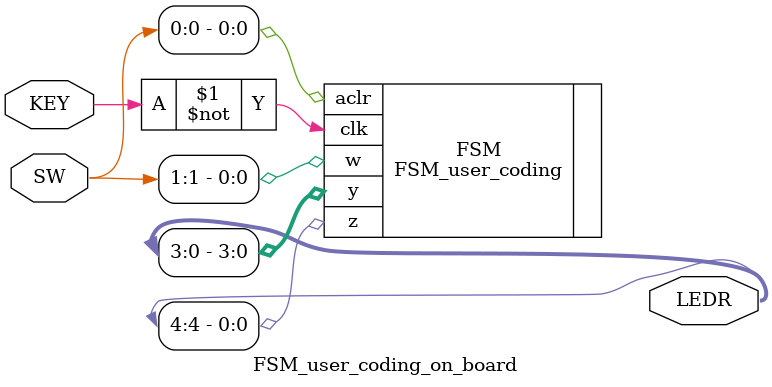
<source format=v>
module FSM_user_coding_on_board (input [0:0] KEY,
								input [1:0] SW,
								output [4:0] LEDR);
								
	FSM_user_coding FSM(.clk(~KEY[0]), .aclr(SW[0]), .w(SW[1]),
								.z(LEDR[4]), .y(LEDR[3:0]));
	
endmodule

</source>
